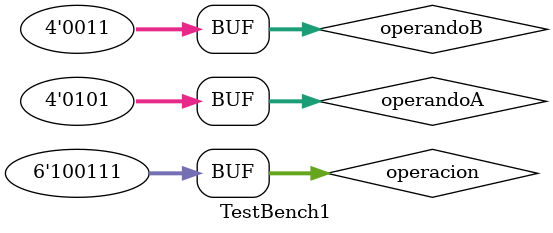
<source format=v>
`timescale 1ns / 1ps


module TestBench1();

 reg [3:0] operandoA;
 reg [3:0] operandoB;
 reg [5:0] operacion;
 wire [3:0] resultado;
 
 ALU DUT (
 .i_operandoA(operandoA),
 .i_operandoB(operandoB),
 .i_operacion(operacion),
 .o_resultado(resultado));
 
 initial begin
 
 operandoA=4'b0101;
 operandoB=4'b0011;
 operacion=6'b100000;  //suma
#10 operacion=6'b100010;  //resta
#10 operacion=6'b100100;  //and
#10 operacion=6'b100101;  //or
#10 operacion=6'b100110;  //xor
#10 operacion=6'b000011;  //sra
#10 operacion=6'b000010;  //srl
#10 operacion=6'b100111;  //nor
 
 end
endmodule

</source>
